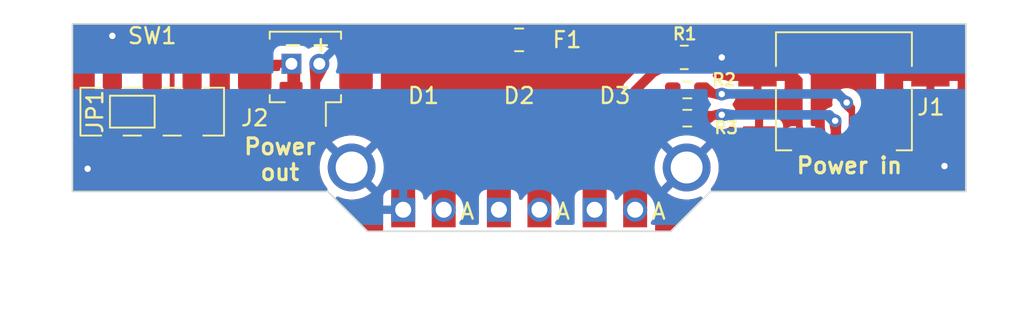
<source format=kicad_pcb>
(kicad_pcb (version 20221018) (generator pcbnew)
  (layers (0 "F.Cu" signal) (31 "B.Cu" signal) (34 "B.Paste" user) (35 "F.Paste" user) (36 "B.SilkS" user "B.Silkscreen") (37 "F.SilkS" user "F.Silkscreen") (38 "B.Mask" user) (39 "F.Mask" user) (44 "Edge.Cuts" user))
  (net 0 "")
  (net 1 "GND")
  (net 2 "/CC1")
  (net 3 "/CC2")
  (net 4 "/D1+")
  (net 5 "Power_postSwitch")
  (net 6 "/VBUS")
  (net 7 "Net-(SW1A-C)")
  (net 8 "/Power_postFuse")
  (net 9 "/D2+")
  (net 10 "/D3+")
  (footprint "sensorstrip:MountingHole-2mm-PTH" (layer "F.Cu") (at 117.5 59)
    (fp_text reference "" hide)
    (fp_text value "MountingHole-2mm-PTH" hide)
    (pad "" thru_hole circle (at 0 0) (size 3 3) (drill 2) (layers "*.Cu" "*.Mask") (net 1 "GND"))
  )
  (footprint "Resistor_SMD:R_0805_2012Metric_Pad1.20x1.40mm_HandSolder" (layer "F.Cu") (at 138.35 52.1)
    (fp_text reference "R1" (at 0.03 -1.47 180) (layer "F.SilkS") (effects (font (size 0.75 0.75))))
    (fp_text value "120R")
    (fp_line (start -0.227064 -0.735) (end 0.227064 -0.735) (stroke (width 0.12)) (layer "F.SilkS"))
    (fp_line (start -0.227064 0.735) (end 0.227064 0.735) (stroke (width 0.12)) (layer "F.SilkS"))
    (pad "1" smd roundrect (at -1 0) (size 1.2 1.4) (layers "F.Cu" "F.Paste" "F.Mask") (roundrect_rratio 0.2083333333) (net 10 "/D3+"))
    (pad "2" smd roundrect (at 1 0) (size 1.2 1.4) (layers "F.Cu" "F.Paste" "F.Mask") (roundrect_rratio 0.2083333333) (net 5 "Power_postSwitch"))
  )
  (footprint "sensorstrip:LED_THT-1.27mm-OrthogonalSMDAndTHT" (layer "F.Cu") (at 128 59)
    (fp_text reference "D2" (at 0 -4.5 unlocked) (layer "F.SilkS"))
    (fp_text value "LED")
    (fp_text user "A" (at 2.75 2.75 unlocked) (layer "F.SilkS"))
    (pad "1" smd rect (at -1.27 0) (size 1.5 7.5) (layers "F.Cu" "F.Paste" "F.Mask") (net 4 "/D1+"))
    (pad "1" thru_hole rect (at -1.27 2.65 90) (size 1.5 1.5) (drill 1) (layers "*.Cu" "*.Mask") (net 4 "/D1+"))
    (pad "2" smd rect (at 1.27 0) (size 1.5 7.5) (layers "F.Cu" "F.Paste" "F.Mask") (net 9 "/D2+"))
    (pad "2" thru_hole circle (at 1.27 2.65 90) (size 1.5 1.5) (drill 1) (layers "*.Cu" "*.Mask") (net 9 "/D2+"))
  )
  (footprint "sensorstrip:JS202011SCQN" (layer "F.Cu") (at 105 55.5)
    (fp_text reference "SW1" (at 0 -4.75) (layer "F.SilkS"))
    (fp_text value "SW_DPDT_x2")
    (fp_line (start -4.5 -1.5) (end -4.5 1.5) (stroke (width 0.12)) (layer "F.SilkS"))
    (fp_line (start -4.5 -1.5) (end -3.2 -1.5) (stroke (width 0.12)) (layer "F.SilkS"))
    (fp_line (start -4.5 1.5) (end -3.2 1.5) (stroke (width 0.12)) (layer "F.SilkS"))
    (fp_line (start -1.8 -1.5) (end -0.7 -1.5) (stroke (width 0.12)) (layer "F.SilkS"))
    (fp_line (start -1.8 1.5) (end -0.7 1.5) (stroke (width 0.12)) (layer "F.SilkS"))
    (fp_line (start 0.7 -1.5) (end 1.8 -1.5) (stroke (width 0.12)) (layer "F.SilkS"))
    (fp_line (start 0.7 1.5) (end 1.8 1.5) (stroke (width 0.12)) (layer "F.SilkS"))
    (fp_line (start 3.2 -1.5) (end 4.5 -1.5) (stroke (width 0.12)) (layer "F.SilkS"))
    (fp_line (start 3.2 1.5) (end 4.5 1.5) (stroke (width 0.12)) (layer "F.SilkS"))
    (fp_line (start 4.5 -1.5) (end 4.5 1.5) (stroke (width 0.12)) (layer "F.SilkS"))
    (pad "1" smd rect (at -2.5 2.75) (size 1.2 2.5) (layers "F.Cu" "F.Paste" "F.Mask") (net 5 "Power_postSwitch"))
    (pad "2" smd rect (at 0 2.75) (size 1.2 2.5) (layers "F.Cu" "F.Paste" "F.Mask") (net 8 "/Power_postFuse"))
    (pad "3" smd rect (at 2.5 2.75) (size 1.2 2.5) (layers "F.Cu" "F.Paste" "F.Mask") (net 7 "Net-(SW1A-C)"))
    (pad "4" smd rect (at -2.5 -2.75) (size 1.2 2.5) (layers "F.Cu" "F.Paste" "F.Mask") (net 5 "Power_postSwitch"))
    (pad "5" smd rect (at 0 -2.75) (size 1.2 2.5) (layers "F.Cu" "F.Paste" "F.Mask") (net 8 "/Power_postFuse"))
    (pad "6" smd rect (at 2.5 -2.75) (size 1.2 2.5) (layers "F.Cu" "F.Paste" "F.Mask") (net 7 "Net-(SW1A-C)"))
  )
  (footprint "Fuse:Fuse_0805_2012Metric_Pad1.15x1.40mm_HandSolder" (layer "F.Cu") (at 128 51 180)
    (fp_text reference "F1" (at -3 0 180) (layer "F.SilkS"))
    (fp_text value "Polyfuse")
    (fp_line (start -0.261252 -0.71) (end 0.261252 -0.71) (stroke (width 0.12)) (layer "F.SilkS"))
    (fp_line (start -0.261252 0.71) (end 0.261252 0.71) (stroke (width 0.12)) (layer "F.SilkS"))
    (pad "1" smd roundrect (at -1.025 0 180) (size 1.15 1.4) (layers "F.Cu" "F.Paste" "F.Mask") (roundrect_rratio 0.2173913043) (net 6 "/VBUS"))
    (pad "2" smd roundrect (at 1.025 0 180) (size 1.15 1.4) (layers "F.Cu" "F.Paste" "F.Mask") (roundrect_rratio 0.2173913043) (net 8 "/Power_postFuse"))
  )
  (footprint "Jumper:SolderJumper-2_P1.3mm_Open_Pad1.0x1.5mm" (layer "F.Cu") (at 103.75 55.5)
    (fp_text reference "JP1" (at -2.34 0 90) (layer "F.SilkS"))
    (fp_text value "SolderJumper_2_Open")
    (fp_line (start -1.4 -1) (end 1.4 -1) (stroke (width 0.12)) (layer "F.SilkS"))
    (fp_line (start -1.4 1) (end -1.4 -1) (stroke (width 0.12)) (layer "F.SilkS"))
    (fp_line (start 1.4 -1) (end 1.4 1) (stroke (width 0.12)) (layer "F.SilkS"))
    (fp_line (start 1.4 1) (end -1.4 1) (stroke (width 0.12)) (layer "F.SilkS"))
    (pad "1" smd rect (at -0.65 0) (size 1 1.5) (layers "F.Cu" "F.Mask") (net 5 "Power_postSwitch"))
    (pad "2" smd rect (at 0.65 0) (size 1 1.5) (layers "F.Cu" "F.Mask") (net 8 "/Power_postFuse"))
  )
  (footprint "Resistor_SMD:R_0603_1608Metric_Pad0.98x0.95mm_HandSolder" (layer "F.Cu") (at 138.54 55.91)
    (fp_text reference "R3" (at 2.44 0.6 180) (layer "F.SilkS") (effects (font (size 0.75 0.75))))
    (fp_text value "5.1K")
    (fp_line (start -0.254724 -0.5225) (end 0.254724 -0.5225) (stroke (width 0.12)) (layer "F.SilkS"))
    (fp_line (start -0.254724 0.5225) (end 0.254724 0.5225) (stroke (width 0.12)) (layer "F.SilkS"))
    (pad "1" smd roundrect (at -0.9125 0) (size 0.975 0.95) (layers "F.Cu" "F.Paste" "F.Mask") (net 1 "GND"))
    (pad "2" smd roundrect (at 0.9125 0) (size 0.975 0.95) (layers "F.Cu" "F.Paste" "F.Mask") (net 3 "/CC2"))
  )
  (footprint "sensorstrip:MountingHole-2mm-PTH" (layer "F.Cu") (at 138.5 59)
    (fp_text reference "" hide)
    (fp_text value "MountingHole-2mm-PTH" hide)
    (pad "" thru_hole circle (at 0 0) (size 3 3) (drill 2) (layers "*.Cu" "*.Mask") (net 1 "GND"))
  )
  (footprint "Connector_Molex:Molex_PicoBlade_53261-0271_1x02-1MP_P1.25mm_Horizontal" (layer "F.Cu") (at 114.6 53.2 180)
    (fp_text reference "J2" (at 3.175 -2.7) (layer "F.SilkS"))
    (fp_text value "Conn_01x02_MountingPin")
    (fp_line (start -2.235 -1.71) (end -1.285 -1.71) (stroke (width 0.12)) (layer "F.SilkS"))
    (fp_line (start -2.235 -1.26) (end -2.235 -1.71) (stroke (width 0.12)) (layer "F.SilkS"))
    (fp_line (start -2.235 2.26) (end -2.235 2.71) (stroke (width 0.12)) (layer "F.SilkS"))
    (fp_line (start -2.235 2.71) (end 2.235 2.71) (stroke (width 0.12)) (layer "F.SilkS"))
    (fp_line (start -1.285 -1.71) (end -1.285 -3.2) (stroke (width 0.12)) (layer "F.SilkS"))
    (fp_line (start 2.235 -1.71) (end 1.285 -1.71) (stroke (width 0.12)) (layer "F.SilkS"))
    (fp_line (start 2.235 -1.26) (end 2.235 -1.71) (stroke (width 0.12)) (layer "F.SilkS"))
    (fp_line (start 2.235 2.71) (end 2.235 2.26) (stroke (width 0.12)) (layer "F.SilkS"))
    (pad "1" smd roundrect (at -0.625 -2.4 180) (size 0.8 1.6) (layers "F.Cu" "F.Paste" "F.Mask") (net 5 "Power_postSwitch"))
    (pad "2" smd roundrect (at 0.625 -2.4 180) (size 0.8 1.6) (layers "F.Cu" "F.Paste" "F.Mask") (net 1 "GND"))
    (pad "MP" smd roundrect (at -3.175 0.5 180) (size 2.1 3) (layers "F.Cu" "F.Paste" "F.Mask") (roundrect_rratio 0.1190480952) (net 1 "GND"))
    (pad "MP" smd roundrect (at 3.175 0.5 180) (size 2.1 3) (layers "F.Cu" "F.Paste" "F.Mask") (roundrect_rratio 0.1190480952) (net 1 "GND"))
  )
  (footprint "sensorstrip:DEALON USB Type-C 6Pin" (layer "F.Cu") (at 148.357327 57.422902 180)
    (fp_text reference "J1" (at -5.45 2.199238 unlocked) (layer "F.SilkS"))
    (fp_text value "USB_C_Receptacle_PowerOnly")
    (fp_line (start -4.26 -0.5) (end -4.26 3.43) (stroke (width 0.12)) (layer "F.SilkS"))
    (fp_line (start -4.26 4.78) (end -4.26 6.9) (stroke (width 0.12)) (layer "F.SilkS"))
    (fp_line (start -4.26 6.9) (end 4.26 6.9) (stroke (width 0.12)) (layer "F.SilkS"))
    (fp_line (start -3.3 -0.5) (end -4.25 -0.5) (stroke (width 0.12)) (layer "F.SilkS"))
    (fp_line (start 4.26 -0.5) (end 3.3 -0.5) (stroke (width 0.12)) (layer "F.SilkS"))
    (fp_line (start 4.26 3.43) (end 4.26 -0.5) (stroke (width 0.12)) (layer "F.SilkS"))
    (fp_line (start 4.26 4.78) (end 4.26 6.9) (stroke (width 0.12)) (layer "F.SilkS"))
    (pad "A5" smd rect (at -0.5 0 180) (size 0.7 1) (layers "F.Cu" "F.Paste" "F.Mask") (net 2 "/CC1"))
    (pad "A9" smd rect (at 1.52 0 180) (size 0.8 1) (layers "F.Cu" "F.Paste" "F.Mask") (net 6 "/VBUS"))
    (pad "A12" smd rect (at 2.75 0 180) (size 0.9 1) (layers "F.Cu" "F.Paste" "F.Mask") (net 1 "GND"))
    (pad "B5" smd rect (at 0.5 0 180) (size 0.7 1) (layers "F.Cu" "F.Paste" "F.Mask") (net 3 "/CC2"))
    (pad "B9" smd rect (at -1.52 0 180) (size 0.8 1) (layers "F.Cu" "F.Paste" "F.Mask") (net 6 "/VBUS"))
    (pad "B12" smd rect (at -2.75 0 180) (size 0.9 1) (layers "F.Cu" "F.Paste" "F.Mask") (net 1 "GND"))
    (pad "S1" smd rect (at -5.42 4.1 180) (size 2.4 1.2) (layers "F.Cu" "F.Paste" "F.Mask") (net 1 "GND"))
    (pad "S1" smd rect (at -5.32 0.5 180) (size 2 1) (layers "F.Cu" "F.Paste" "F.Mask") (net 1 "GND"))
    (pad "S1" smd rect (at 5.32 0.5 180) (size 2 1) (layers "F.Cu" "F.Paste" "F.Mask") (net 1 "GND"))
    (pad "S1" smd rect (at 5.42 4.1 180) (size 2.4 1.2) (layers "F.Cu" "F.Paste" "F.Mask") (net 1 "GND"))
  )
  (footprint "sensorstrip:Power-P1.75mm" (layer "F.Cu") (at 114.6 52.5)
    (fp_text reference "REF**" hide)
    (fp_text value "Power-P1.75mm")
    (fp_text user "+" (at 0.25 -0.65 unlocked) (layer "F.SilkS") (effects (justify left bottom)))
    (fp_text user "-" (at -1.5 -0.65 unlocked) (layer "F.SilkS") (effects (justify left bottom)))
    (pad "" thru_hole rect (at -0.875 0) (size 1.25 1.25) (drill 0.75) (layers "*.Cu" "*.Mask") (net 1 "GND"))
    (pad "" thru_hole circle (at 0.875 0) (size 1.25 1.25) (drill 0.75) (layers "*.Cu" "*.Mask") (net 5 "Power_postSwitch"))
  )
  (footprint "sensorstrip:LED_THT-1.27mm-OrthogonalSMDAndTHT" (layer "F.Cu") (at 134 59)
    (fp_text reference "D3" (at 0 -4.5 unlocked) (layer "F.SilkS"))
    (fp_text value "LED")
    (fp_text user "A" (at 2.75 2.75 unlocked) (layer "F.SilkS"))
    (pad "1" smd rect (at -1.27 0) (size 1.5 7.5) (layers "F.Cu" "F.Paste" "F.Mask") (net 9 "/D2+"))
    (pad "1" thru_hole rect (at -1.27 2.65 90) (size 1.5 1.5) (drill 1) (layers "*.Cu" "*.Mask") (net 9 "/D2+"))
    (pad "2" smd rect (at 1.27 0) (size 1.5 7.5) (layers "F.Cu" "F.Paste" "F.Mask") (net 10 "/D3+"))
    (pad "2" thru_hole circle (at 1.27 2.65 90) (size 1.5 1.5) (drill 1) (layers "*.Cu" "*.Mask") (net 10 "/D3+"))
  )
  (footprint "Resistor_SMD:R_0603_1608Metric_Pad0.98x0.95mm_HandSolder" (layer "F.Cu") (at 138.54 54.14)
    (fp_text reference "R2" (at 2.306371 -0.64 180) (layer "F.SilkS") (effects (font (size 0.75 0.75))))
    (fp_text value "5.1K")
    (fp_line (start -0.254724 -0.5225) (end 0.254724 -0.5225) (stroke (width 0.12)) (layer "F.SilkS"))
    (fp_line (start -0.254724 0.5225) (end 0.254724 0.5225) (stroke (width 0.12)) (layer "F.SilkS"))
    (pad "1" smd roundrect (at -0.9125 0) (size 0.975 0.95) (layers "F.Cu" "F.Paste" "F.Mask") (net 1 "GND"))
    (pad "2" smd roundrect (at 0.9125 0) (size 0.975 0.95) (layers "F.Cu" "F.Paste" "F.Mask") (net 2 "/CC1"))
  )
  (footprint "sensorstrip:LED_THT-1.27mm-OrthogonalSMDAndTHT" (layer "F.Cu") (at 122 59)
    (fp_text reference "D1" (at 0 -4.5 unlocked) (layer "F.SilkS"))
    (fp_text value "LED")
    (fp_text user "A" (at 2.75 2.75 unlocked) (layer "F.SilkS"))
    (pad "1" smd rect (at -1.27 0) (size 1.5 7.5) (layers "F.Cu" "F.Paste" "F.Mask") (net 1 "GND"))
    (pad "1" thru_hole rect (at -1.27 2.65 90) (size 1.5 1.5) (drill 1) (layers "*.Cu" "*.Mask") (net 1 "GND"))
    (pad "2" smd rect (at 1.27 0) (size 1.5 7.5) (layers "F.Cu" "F.Paste" "F.Mask") (net 4 "/D1+"))
    (pad "2" thru_hole circle (at 1.27 2.65 90) (size 1.5 1.5) (drill 1) (layers "*.Cu" "*.Mask") (net 4 "/D1+"))
  )
  (gr_line (start 100 60.5) (end 116 60.5) (stroke (width 0.1)) (layer "Edge.Cuts"))
  (gr_line (start 118.5 63) (end 137.5 63) (stroke (width 0.1)) (layer "Edge.Cuts"))
  (gr_line (start 156 50) (end 100 50) (stroke (width 0.1)) (layer "Edge.Cuts"))
  (gr_line (start 140 60.5) (end 137.5 63) (stroke (width 0.1)) (layer "Edge.Cuts"))
  (gr_line (start 116 60.5) (end 118.5 63) (stroke (width 0.1)) (layer "Edge.Cuts"))
  (gr_line (start 156 60.5) (end 156 50) (stroke (width 0.1)) (layer "Edge.Cuts"))
  (gr_line (start 100 50) (end 100 60.5) (stroke (width 0.1)) (layer "Edge.Cuts"))
  (gr_line (start 156 60.5) (end 140 60.5) (stroke (width 0.1)) (layer "Edge.Cuts"))
  (gr_text "Power in" (at 148.7 58.88) (layer "F.SilkS") (effects (font (size 1 1) (thickness 0.2))))
  (gr_text "Power\nout" (at 113 58.5) (layer "F.SilkS") (effects (font (size 1 1) (thickness 0.2))))
  (segment (start 137.6275 55.91) (end 137.6275 54.14) (width 0.6) (layer "F.Cu") (net 1))
  (segment (start 113.975 55.6) (end 113.975 52.8) (width 0.6) (layer "F.Cu") (net 1))
  (via (at 154.66 58.91) (size 0.8) (drill 0.4) (layers "F.Cu" "B.Cu") (net 1))
  (via (at 100.95 59.08) (size 0.8) (drill 0.4) (layers "F.Cu" "B.Cu") (net 1))
  (segment (start 140.7 54.4) (end 139.7125 54.4) (width 0.4) (layer "F.Cu") (net 2))
  (segment (start 148.857327 55.257327) (end 148.53 54.93) (width 0.4) (layer "F.Cu") (net 2))
  (segment (start 148.857327 57.422902) (end 148.857327 55.257327) (width 0.4) (layer "F.Cu") (net 2))
  (via (at 140.7 54.4) (size 0.8) (drill 0.4) (layers "F.Cu" "B.Cu") (net 2))
  (via (at 148.53 54.93) (size 0.8) (drill 0.4) (layers "F.Cu" "B.Cu") (net 2))
  (segment (start 148.53 54.93) (end 147.99 54.39) (width 0.6) (layer "B.Cu") (net 2))
  (segment (start 147.99 54.39) (end 140.92 54.39) (width 0.6) (layer "B.Cu") (net 2))
  (segment (start 147.857327 57.422902) (end 147.857327 56.1205) (width 0.6) (layer "F.Cu") (net 3))
  (segment (start 147.857327 56.1205) (end 147.806827 56.07) (width 0.6) (layer "F.Cu") (net 3))
  (segment (start 140.7 55.7) (end 139.6625 55.7) (width 0.4) (layer "F.Cu") (net 3))
  (via (at 140.7 55.7) (size 0.8) (drill 0.4) (layers "F.Cu" "B.Cu") (net 3))
  (via (at 147.806827 56.07) (size 0.8) (drill 0.4) (layers "F.Cu" "B.Cu") (net 3))
  (segment (start 147.436827 55.7) (end 140.7 55.7) (width 0.6) (layer "B.Cu") (net 3))
  (segment (start 147.806827 56.07) (end 147.436827 55.7) (width 0.6) (layer "B.Cu") (net 3))
  (segment (start 126.73 59) (end 123.27 59) (width 0.6) (layer "F.Cu") (net 4))
  (segment (start 102.53 58.6) (end 102.53 53.1) (width 0.6) (layer "F.Cu") (net 5))
  (segment (start 102.5 50.75) (end 102.5 52.75) (width 0.6) (layer "F.Cu") (net 5))
  (segment (start 140.7 52.1) (end 139.35 52.1) (width 0.6) (layer "F.Cu") (net 5))
  (segment (start 115.225 55.6) (end 115.225 52.8) (width 0.6) (layer "F.Cu") (net 5))
  (segment (start 115.225 52.8) (end 115.525 52.5) (width 0.6) (layer "F.Cu") (net 5))
  (via (at 102.5 50.75) (size 0.8) (drill 0.4) (layers "F.Cu" "B.Cu") (net 5))
  (via (at 140.7 52.1) (size 0.8) (drill 0.4) (layers "F.Cu" "B.Cu") (net 5))
  (segment (start 149.857327 57.42214) (end 149.857327 53.38214) (width 0.6) (layer "F.Cu") (net 6))
  (segment (start 147.098089 50.622902) (end 129.402098 50.622902) (width 0.6) (layer "F.Cu") (net 6))
  (segment (start 129.402098 50.622902) (end 129.025 51) (width 0.6) (layer "F.Cu") (net 6))
  (segment (start 146.857327 53.38214) (end 146.857327 57.42214) (width 0.6) (layer "F.Cu") (net 6))
  (segment (start 144.098089 50.622902) (end 146.857327 53.38214) (width 0.6) (layer "F.Cu") (net 6))
  (segment (start 149.857327 53.38214) (end 147.098089 50.622902) (width 0.6) (layer "F.Cu") (net 6))
  (segment (start 107.53 58.6) (end 107.53 53.1) (width 0.6) (layer "F.Cu") (net 7))
  (segment (start 105.03 58.6) (end 105.03 53.1) (width 0.6) (layer "F.Cu") (net 8))
  (segment (start 126.625 50.65) (end 105.89 50.65) (width 0.6) (layer "F.Cu") (net 8))
  (segment (start 105.89 50.65) (end 105.04 51.5) (width 0.6) (layer "F.Cu") (net 8))
  (segment (start 126.975 51) (end 126.625 50.65) (width 0.6) (layer "F.Cu") (net 8))
  (segment (start 132.73 59) (end 129.27 59) (width 0.6) (layer "F.Cu") (net 9))
  (segment (start 135.27 54.18) (end 135.27 59) (width 0.6) (layer "F.Cu") (net 10))
  (segment (start 137.35 52.1) (end 135.27 54.18) (width 0.6) (layer "F.Cu") (net 10))
  (zone (net 6) (net_name "/VBUS") (layer "F.Cu") (priority 1) (connect_pads (clearance 0.5)) (min_thickness 0.254) (fill yes (thermal_gap 0.508) (thermal_bridge_width 0.508))
    (polygon (pts (xy 150.375 56.575) (xy 146.275 56.575) (xy 146.275 53.225) (xy 143.460621 50.325) (xy 150.375 50.325)))
  )
  (zone (net 1) (net_name "GND") (layer "F.Cu") (connect_pads (clearance 0.5)) (min_thickness 0.254) (fill yes (thermal_gap 0.508) (thermal_bridge_width 0.508))
    (polygon (pts (xy 156.88 63) (xy 99.4 63) (xy 99.4 49) (xy 156.88 49)))
  )
  (zone (net 1) (net_name "GND") (layer "B.Cu") (connect_pads (clearance 0.5)) (min_thickness 0.254) (fill yes (thermal_gap 0.508) (thermal_bridge_width 0.508))
    (polygon (pts (xy 156.7 62.6) (xy 99.6 62.6) (xy 99.6 54.08) (xy 156.7 54.08)))
  )
  (zone (net 5) (net_name "Power_postSwitch") (layer "B.Cu") (connect_pads (clearance 0.5)) (min_thickness 0.254) (fill yes (thermal_gap 0.508) (thermal_bridge_width 0.508))
    (polygon (pts (xy 156.5 53.12) (xy 99.8 53.12) (xy 99.8 49.3) (xy 156.5 49.3)))
  )
)
</source>
